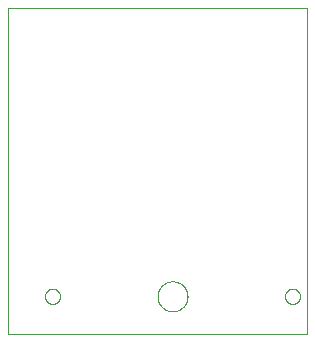
<source format=gko>
G75*
%MOIN*%
%OFA0B0*%
%FSLAX25Y25*%
%IPPOS*%
%LPD*%
%AMOC8*
5,1,8,0,0,1.08239X$1,22.5*
%
%ADD10C,0.00000*%
D10*
X0001300Y0010200D02*
X0001300Y0118901D01*
X0101221Y0118901D01*
X0101221Y0010200D01*
X0001300Y0010200D01*
X0013800Y0022700D02*
X0013802Y0022799D01*
X0013808Y0022899D01*
X0013818Y0022998D01*
X0013832Y0023096D01*
X0013849Y0023194D01*
X0013871Y0023291D01*
X0013896Y0023387D01*
X0013925Y0023482D01*
X0013958Y0023576D01*
X0013995Y0023668D01*
X0014035Y0023759D01*
X0014079Y0023848D01*
X0014127Y0023936D01*
X0014178Y0024021D01*
X0014232Y0024104D01*
X0014289Y0024186D01*
X0014350Y0024264D01*
X0014414Y0024341D01*
X0014480Y0024414D01*
X0014550Y0024485D01*
X0014622Y0024553D01*
X0014697Y0024619D01*
X0014775Y0024681D01*
X0014855Y0024740D01*
X0014937Y0024796D01*
X0015021Y0024848D01*
X0015108Y0024897D01*
X0015196Y0024943D01*
X0015286Y0024985D01*
X0015378Y0025024D01*
X0015471Y0025059D01*
X0015565Y0025090D01*
X0015661Y0025117D01*
X0015758Y0025140D01*
X0015855Y0025160D01*
X0015953Y0025176D01*
X0016052Y0025188D01*
X0016151Y0025196D01*
X0016250Y0025200D01*
X0016350Y0025200D01*
X0016449Y0025196D01*
X0016548Y0025188D01*
X0016647Y0025176D01*
X0016745Y0025160D01*
X0016842Y0025140D01*
X0016939Y0025117D01*
X0017035Y0025090D01*
X0017129Y0025059D01*
X0017222Y0025024D01*
X0017314Y0024985D01*
X0017404Y0024943D01*
X0017492Y0024897D01*
X0017579Y0024848D01*
X0017663Y0024796D01*
X0017745Y0024740D01*
X0017825Y0024681D01*
X0017903Y0024619D01*
X0017978Y0024553D01*
X0018050Y0024485D01*
X0018120Y0024414D01*
X0018186Y0024341D01*
X0018250Y0024264D01*
X0018311Y0024186D01*
X0018368Y0024104D01*
X0018422Y0024021D01*
X0018473Y0023936D01*
X0018521Y0023848D01*
X0018565Y0023759D01*
X0018605Y0023668D01*
X0018642Y0023576D01*
X0018675Y0023482D01*
X0018704Y0023387D01*
X0018729Y0023291D01*
X0018751Y0023194D01*
X0018768Y0023096D01*
X0018782Y0022998D01*
X0018792Y0022899D01*
X0018798Y0022799D01*
X0018800Y0022700D01*
X0018798Y0022601D01*
X0018792Y0022501D01*
X0018782Y0022402D01*
X0018768Y0022304D01*
X0018751Y0022206D01*
X0018729Y0022109D01*
X0018704Y0022013D01*
X0018675Y0021918D01*
X0018642Y0021824D01*
X0018605Y0021732D01*
X0018565Y0021641D01*
X0018521Y0021552D01*
X0018473Y0021464D01*
X0018422Y0021379D01*
X0018368Y0021296D01*
X0018311Y0021214D01*
X0018250Y0021136D01*
X0018186Y0021059D01*
X0018120Y0020986D01*
X0018050Y0020915D01*
X0017978Y0020847D01*
X0017903Y0020781D01*
X0017825Y0020719D01*
X0017745Y0020660D01*
X0017663Y0020604D01*
X0017579Y0020552D01*
X0017492Y0020503D01*
X0017404Y0020457D01*
X0017314Y0020415D01*
X0017222Y0020376D01*
X0017129Y0020341D01*
X0017035Y0020310D01*
X0016939Y0020283D01*
X0016842Y0020260D01*
X0016745Y0020240D01*
X0016647Y0020224D01*
X0016548Y0020212D01*
X0016449Y0020204D01*
X0016350Y0020200D01*
X0016250Y0020200D01*
X0016151Y0020204D01*
X0016052Y0020212D01*
X0015953Y0020224D01*
X0015855Y0020240D01*
X0015758Y0020260D01*
X0015661Y0020283D01*
X0015565Y0020310D01*
X0015471Y0020341D01*
X0015378Y0020376D01*
X0015286Y0020415D01*
X0015196Y0020457D01*
X0015108Y0020503D01*
X0015021Y0020552D01*
X0014937Y0020604D01*
X0014855Y0020660D01*
X0014775Y0020719D01*
X0014697Y0020781D01*
X0014622Y0020847D01*
X0014550Y0020915D01*
X0014480Y0020986D01*
X0014414Y0021059D01*
X0014350Y0021136D01*
X0014289Y0021214D01*
X0014232Y0021296D01*
X0014178Y0021379D01*
X0014127Y0021464D01*
X0014079Y0021552D01*
X0014035Y0021641D01*
X0013995Y0021732D01*
X0013958Y0021824D01*
X0013925Y0021918D01*
X0013896Y0022013D01*
X0013871Y0022109D01*
X0013849Y0022206D01*
X0013832Y0022304D01*
X0013818Y0022402D01*
X0013808Y0022501D01*
X0013802Y0022601D01*
X0013800Y0022700D01*
X0051300Y0022700D02*
X0051302Y0022841D01*
X0051308Y0022982D01*
X0051318Y0023122D01*
X0051332Y0023262D01*
X0051350Y0023402D01*
X0051371Y0023541D01*
X0051397Y0023680D01*
X0051426Y0023818D01*
X0051460Y0023954D01*
X0051497Y0024090D01*
X0051538Y0024225D01*
X0051583Y0024359D01*
X0051632Y0024491D01*
X0051684Y0024622D01*
X0051740Y0024751D01*
X0051800Y0024878D01*
X0051863Y0025004D01*
X0051929Y0025128D01*
X0052000Y0025251D01*
X0052073Y0025371D01*
X0052150Y0025489D01*
X0052230Y0025605D01*
X0052314Y0025718D01*
X0052400Y0025829D01*
X0052490Y0025938D01*
X0052583Y0026044D01*
X0052678Y0026147D01*
X0052777Y0026248D01*
X0052878Y0026346D01*
X0052982Y0026441D01*
X0053089Y0026533D01*
X0053198Y0026622D01*
X0053310Y0026707D01*
X0053424Y0026790D01*
X0053540Y0026870D01*
X0053659Y0026946D01*
X0053780Y0027018D01*
X0053902Y0027088D01*
X0054027Y0027153D01*
X0054153Y0027216D01*
X0054281Y0027274D01*
X0054411Y0027329D01*
X0054542Y0027381D01*
X0054675Y0027428D01*
X0054809Y0027472D01*
X0054944Y0027513D01*
X0055080Y0027549D01*
X0055217Y0027581D01*
X0055355Y0027610D01*
X0055493Y0027635D01*
X0055633Y0027655D01*
X0055773Y0027672D01*
X0055913Y0027685D01*
X0056054Y0027694D01*
X0056194Y0027699D01*
X0056335Y0027700D01*
X0056476Y0027697D01*
X0056617Y0027690D01*
X0056757Y0027679D01*
X0056897Y0027664D01*
X0057037Y0027645D01*
X0057176Y0027623D01*
X0057314Y0027596D01*
X0057452Y0027566D01*
X0057588Y0027531D01*
X0057724Y0027493D01*
X0057858Y0027451D01*
X0057992Y0027405D01*
X0058124Y0027356D01*
X0058254Y0027302D01*
X0058383Y0027245D01*
X0058510Y0027185D01*
X0058636Y0027121D01*
X0058759Y0027053D01*
X0058881Y0026982D01*
X0059001Y0026908D01*
X0059118Y0026830D01*
X0059233Y0026749D01*
X0059346Y0026665D01*
X0059457Y0026578D01*
X0059565Y0026487D01*
X0059670Y0026394D01*
X0059773Y0026297D01*
X0059873Y0026198D01*
X0059970Y0026096D01*
X0060064Y0025991D01*
X0060155Y0025884D01*
X0060243Y0025774D01*
X0060328Y0025662D01*
X0060410Y0025547D01*
X0060489Y0025430D01*
X0060564Y0025311D01*
X0060636Y0025190D01*
X0060704Y0025067D01*
X0060769Y0024942D01*
X0060831Y0024815D01*
X0060888Y0024686D01*
X0060943Y0024556D01*
X0060993Y0024425D01*
X0061040Y0024292D01*
X0061083Y0024158D01*
X0061122Y0024022D01*
X0061157Y0023886D01*
X0061189Y0023749D01*
X0061216Y0023611D01*
X0061240Y0023472D01*
X0061260Y0023332D01*
X0061276Y0023192D01*
X0061288Y0023052D01*
X0061296Y0022911D01*
X0061300Y0022770D01*
X0061300Y0022630D01*
X0061296Y0022489D01*
X0061288Y0022348D01*
X0061276Y0022208D01*
X0061260Y0022068D01*
X0061240Y0021928D01*
X0061216Y0021789D01*
X0061189Y0021651D01*
X0061157Y0021514D01*
X0061122Y0021378D01*
X0061083Y0021242D01*
X0061040Y0021108D01*
X0060993Y0020975D01*
X0060943Y0020844D01*
X0060888Y0020714D01*
X0060831Y0020585D01*
X0060769Y0020458D01*
X0060704Y0020333D01*
X0060636Y0020210D01*
X0060564Y0020089D01*
X0060489Y0019970D01*
X0060410Y0019853D01*
X0060328Y0019738D01*
X0060243Y0019626D01*
X0060155Y0019516D01*
X0060064Y0019409D01*
X0059970Y0019304D01*
X0059873Y0019202D01*
X0059773Y0019103D01*
X0059670Y0019006D01*
X0059565Y0018913D01*
X0059457Y0018822D01*
X0059346Y0018735D01*
X0059233Y0018651D01*
X0059118Y0018570D01*
X0059001Y0018492D01*
X0058881Y0018418D01*
X0058759Y0018347D01*
X0058636Y0018279D01*
X0058510Y0018215D01*
X0058383Y0018155D01*
X0058254Y0018098D01*
X0058124Y0018044D01*
X0057992Y0017995D01*
X0057858Y0017949D01*
X0057724Y0017907D01*
X0057588Y0017869D01*
X0057452Y0017834D01*
X0057314Y0017804D01*
X0057176Y0017777D01*
X0057037Y0017755D01*
X0056897Y0017736D01*
X0056757Y0017721D01*
X0056617Y0017710D01*
X0056476Y0017703D01*
X0056335Y0017700D01*
X0056194Y0017701D01*
X0056054Y0017706D01*
X0055913Y0017715D01*
X0055773Y0017728D01*
X0055633Y0017745D01*
X0055493Y0017765D01*
X0055355Y0017790D01*
X0055217Y0017819D01*
X0055080Y0017851D01*
X0054944Y0017887D01*
X0054809Y0017928D01*
X0054675Y0017972D01*
X0054542Y0018019D01*
X0054411Y0018071D01*
X0054281Y0018126D01*
X0054153Y0018184D01*
X0054027Y0018247D01*
X0053902Y0018312D01*
X0053780Y0018382D01*
X0053659Y0018454D01*
X0053540Y0018530D01*
X0053424Y0018610D01*
X0053310Y0018693D01*
X0053198Y0018778D01*
X0053089Y0018867D01*
X0052982Y0018959D01*
X0052878Y0019054D01*
X0052777Y0019152D01*
X0052678Y0019253D01*
X0052583Y0019356D01*
X0052490Y0019462D01*
X0052400Y0019571D01*
X0052314Y0019682D01*
X0052230Y0019795D01*
X0052150Y0019911D01*
X0052073Y0020029D01*
X0052000Y0020149D01*
X0051929Y0020272D01*
X0051863Y0020396D01*
X0051800Y0020522D01*
X0051740Y0020649D01*
X0051684Y0020778D01*
X0051632Y0020909D01*
X0051583Y0021041D01*
X0051538Y0021175D01*
X0051497Y0021310D01*
X0051460Y0021446D01*
X0051426Y0021582D01*
X0051397Y0021720D01*
X0051371Y0021859D01*
X0051350Y0021998D01*
X0051332Y0022138D01*
X0051318Y0022278D01*
X0051308Y0022418D01*
X0051302Y0022559D01*
X0051300Y0022700D01*
X0093800Y0022700D02*
X0093802Y0022799D01*
X0093808Y0022899D01*
X0093818Y0022998D01*
X0093832Y0023096D01*
X0093849Y0023194D01*
X0093871Y0023291D01*
X0093896Y0023387D01*
X0093925Y0023482D01*
X0093958Y0023576D01*
X0093995Y0023668D01*
X0094035Y0023759D01*
X0094079Y0023848D01*
X0094127Y0023936D01*
X0094178Y0024021D01*
X0094232Y0024104D01*
X0094289Y0024186D01*
X0094350Y0024264D01*
X0094414Y0024341D01*
X0094480Y0024414D01*
X0094550Y0024485D01*
X0094622Y0024553D01*
X0094697Y0024619D01*
X0094775Y0024681D01*
X0094855Y0024740D01*
X0094937Y0024796D01*
X0095021Y0024848D01*
X0095108Y0024897D01*
X0095196Y0024943D01*
X0095286Y0024985D01*
X0095378Y0025024D01*
X0095471Y0025059D01*
X0095565Y0025090D01*
X0095661Y0025117D01*
X0095758Y0025140D01*
X0095855Y0025160D01*
X0095953Y0025176D01*
X0096052Y0025188D01*
X0096151Y0025196D01*
X0096250Y0025200D01*
X0096350Y0025200D01*
X0096449Y0025196D01*
X0096548Y0025188D01*
X0096647Y0025176D01*
X0096745Y0025160D01*
X0096842Y0025140D01*
X0096939Y0025117D01*
X0097035Y0025090D01*
X0097129Y0025059D01*
X0097222Y0025024D01*
X0097314Y0024985D01*
X0097404Y0024943D01*
X0097492Y0024897D01*
X0097579Y0024848D01*
X0097663Y0024796D01*
X0097745Y0024740D01*
X0097825Y0024681D01*
X0097903Y0024619D01*
X0097978Y0024553D01*
X0098050Y0024485D01*
X0098120Y0024414D01*
X0098186Y0024341D01*
X0098250Y0024264D01*
X0098311Y0024186D01*
X0098368Y0024104D01*
X0098422Y0024021D01*
X0098473Y0023936D01*
X0098521Y0023848D01*
X0098565Y0023759D01*
X0098605Y0023668D01*
X0098642Y0023576D01*
X0098675Y0023482D01*
X0098704Y0023387D01*
X0098729Y0023291D01*
X0098751Y0023194D01*
X0098768Y0023096D01*
X0098782Y0022998D01*
X0098792Y0022899D01*
X0098798Y0022799D01*
X0098800Y0022700D01*
X0098798Y0022601D01*
X0098792Y0022501D01*
X0098782Y0022402D01*
X0098768Y0022304D01*
X0098751Y0022206D01*
X0098729Y0022109D01*
X0098704Y0022013D01*
X0098675Y0021918D01*
X0098642Y0021824D01*
X0098605Y0021732D01*
X0098565Y0021641D01*
X0098521Y0021552D01*
X0098473Y0021464D01*
X0098422Y0021379D01*
X0098368Y0021296D01*
X0098311Y0021214D01*
X0098250Y0021136D01*
X0098186Y0021059D01*
X0098120Y0020986D01*
X0098050Y0020915D01*
X0097978Y0020847D01*
X0097903Y0020781D01*
X0097825Y0020719D01*
X0097745Y0020660D01*
X0097663Y0020604D01*
X0097579Y0020552D01*
X0097492Y0020503D01*
X0097404Y0020457D01*
X0097314Y0020415D01*
X0097222Y0020376D01*
X0097129Y0020341D01*
X0097035Y0020310D01*
X0096939Y0020283D01*
X0096842Y0020260D01*
X0096745Y0020240D01*
X0096647Y0020224D01*
X0096548Y0020212D01*
X0096449Y0020204D01*
X0096350Y0020200D01*
X0096250Y0020200D01*
X0096151Y0020204D01*
X0096052Y0020212D01*
X0095953Y0020224D01*
X0095855Y0020240D01*
X0095758Y0020260D01*
X0095661Y0020283D01*
X0095565Y0020310D01*
X0095471Y0020341D01*
X0095378Y0020376D01*
X0095286Y0020415D01*
X0095196Y0020457D01*
X0095108Y0020503D01*
X0095021Y0020552D01*
X0094937Y0020604D01*
X0094855Y0020660D01*
X0094775Y0020719D01*
X0094697Y0020781D01*
X0094622Y0020847D01*
X0094550Y0020915D01*
X0094480Y0020986D01*
X0094414Y0021059D01*
X0094350Y0021136D01*
X0094289Y0021214D01*
X0094232Y0021296D01*
X0094178Y0021379D01*
X0094127Y0021464D01*
X0094079Y0021552D01*
X0094035Y0021641D01*
X0093995Y0021732D01*
X0093958Y0021824D01*
X0093925Y0021918D01*
X0093896Y0022013D01*
X0093871Y0022109D01*
X0093849Y0022206D01*
X0093832Y0022304D01*
X0093818Y0022402D01*
X0093808Y0022501D01*
X0093802Y0022601D01*
X0093800Y0022700D01*
M02*

</source>
